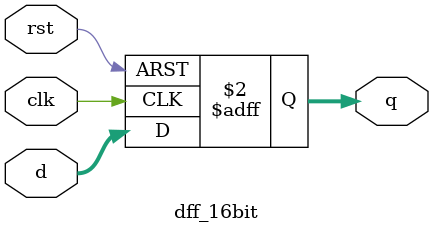
<source format=v>

module dff(
    input clk,          // Clock
    input rst,          // Asynchronous reset (active high)
    input d,            // Data input
    output reg q        // Data output
);

always @(posedge clk or posedge rst) begin
    if (rst)
        q <= 1'b0;
    else
        q <= d;
end

endmodule

// 16-bit D Flip-Flop register
module dff_16bit(
    input clk,
    input rst,
    input [15:0] d,
    output reg [15:0] q
);

always @(posedge clk or posedge rst) begin
    if (rst)
        q <= 16'h0000;
    else
        q <= d;
end

endmodule

</source>
